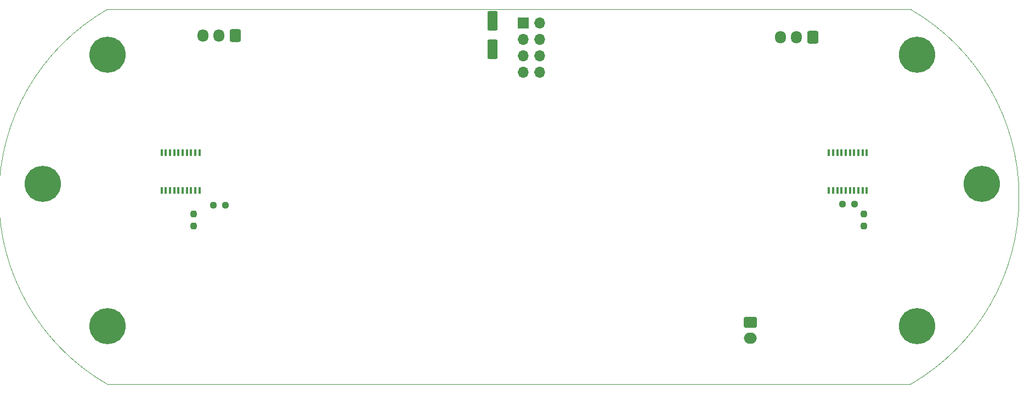
<source format=gbr>
%TF.GenerationSoftware,KiCad,Pcbnew,7.0.5-7.0.5~ubuntu20.04.1*%
%TF.CreationDate,2023-06-19T07:22:00+00:00*%
%TF.ProjectId,Controler_NRF24L01_Exclude_v3,436f6e74-726f-46c6-9572-5f4e52463234,rev?*%
%TF.SameCoordinates,Original*%
%TF.FileFunction,Soldermask,Bot*%
%TF.FilePolarity,Negative*%
%FSLAX45Y45*%
G04 Gerber Fmt 4.5, Leading zero omitted, Abs format (unit mm)*
G04 Created by KiCad (PCBNEW 7.0.5-7.0.5~ubuntu20.04.1) date 2023-06-19 07:22:00*
%MOMM*%
%LPD*%
G01*
G04 APERTURE LIST*
G04 Aperture macros list*
%AMRoundRect*
0 Rectangle with rounded corners*
0 $1 Rounding radius*
0 $2 $3 $4 $5 $6 $7 $8 $9 X,Y pos of 4 corners*
0 Add a 4 corners polygon primitive as box body*
4,1,4,$2,$3,$4,$5,$6,$7,$8,$9,$2,$3,0*
0 Add four circle primitives for the rounded corners*
1,1,$1+$1,$2,$3*
1,1,$1+$1,$4,$5*
1,1,$1+$1,$6,$7*
1,1,$1+$1,$8,$9*
0 Add four rect primitives between the rounded corners*
20,1,$1+$1,$2,$3,$4,$5,0*
20,1,$1+$1,$4,$5,$6,$7,0*
20,1,$1+$1,$6,$7,$8,$9,0*
20,1,$1+$1,$8,$9,$2,$3,0*%
G04 Aperture macros list end*
%TA.AperFunction,Profile*%
%ADD10C,0.050000*%
%TD*%
%TA.AperFunction,Profile*%
%ADD11C,0.100000*%
%TD*%
%ADD12C,5.600000*%
%ADD13RoundRect,0.250000X0.600000X0.725000X-0.600000X0.725000X-0.600000X-0.725000X0.600000X-0.725000X0*%
%ADD14O,1.700000X1.950000*%
%ADD15R,1.700000X1.700000*%
%ADD16O,1.700000X1.700000*%
%ADD17R,0.400000X1.000000*%
%ADD18RoundRect,0.237500X0.250000X0.237500X-0.250000X0.237500X-0.250000X-0.237500X0.250000X-0.237500X0*%
%ADD19RoundRect,0.237500X0.237500X-0.250000X0.237500X0.250000X-0.237500X0.250000X-0.237500X-0.250000X0*%
%ADD20RoundRect,0.250000X-0.750000X0.600000X-0.750000X-0.600000X0.750000X-0.600000X0.750000X0.600000X0*%
%ADD21O,2.000000X1.700000*%
%ADD22RoundRect,0.250000X-0.550000X1.250000X-0.550000X-1.250000X0.550000X-1.250000X0.550000X1.250000X0*%
%ADD23RoundRect,0.237500X-0.250000X-0.237500X0.250000X-0.237500X0.250000X0.237500X-0.250000X0.237500X0*%
G04 APERTURE END LIST*
D10*
X20569000Y-12290000D02*
G75*
G03*
X20569000Y-6490000I-1674316J2900000D01*
G01*
D11*
X8169000Y-6490000D02*
X20569000Y-6490000D01*
X8169000Y-12290000D02*
X20569000Y-12290000D01*
D10*
X8169000Y-6490000D02*
G75*
G03*
X8169000Y-12290000I1674316J-2900000D01*
G01*
D12*
X8169000Y-7190000D03*
X8169000Y-11390000D03*
D13*
X19059400Y-6916200D03*
D14*
X18809400Y-6916200D03*
X18559400Y-6916200D03*
D12*
X20669000Y-7190000D03*
D13*
X10144000Y-6892500D03*
D14*
X9894000Y-6892500D03*
X9644000Y-6892500D03*
D15*
X14589000Y-6696000D03*
D16*
X14843000Y-6696000D03*
X14589000Y-6950000D03*
X14843000Y-6950000D03*
X14589000Y-7204000D03*
X14843000Y-7204000D03*
X14589000Y-7458000D03*
X14843000Y-7458000D03*
D12*
X21669000Y-9190000D03*
X7169000Y-9190000D03*
X20669000Y-11390000D03*
D17*
X9592500Y-9290000D03*
X9527500Y-9290000D03*
X9462500Y-9290000D03*
X9397500Y-9290000D03*
X9332500Y-9290000D03*
X9267500Y-9290000D03*
X9202500Y-9290000D03*
X9137500Y-9290000D03*
X9072500Y-9290000D03*
X9007500Y-9290000D03*
X9007500Y-8710000D03*
X9072500Y-8710000D03*
X9137500Y-8710000D03*
X9202500Y-8710000D03*
X9267500Y-8710000D03*
X9332500Y-8710000D03*
X9397500Y-8710000D03*
X9462500Y-8710000D03*
X9527500Y-8710000D03*
X9592500Y-8710000D03*
D18*
X9991250Y-9520000D03*
X9808750Y-9520000D03*
D19*
X19850000Y-9841250D03*
X19850000Y-9658750D03*
D20*
X18096500Y-11330000D03*
D21*
X18096500Y-11580000D03*
D17*
X19892500Y-9290000D03*
X19827500Y-9290000D03*
X19762500Y-9290000D03*
X19697500Y-9290000D03*
X19632500Y-9290000D03*
X19567500Y-9290000D03*
X19502500Y-9290000D03*
X19437500Y-9290000D03*
X19372500Y-9290000D03*
X19307500Y-9290000D03*
X19307500Y-8710000D03*
X19372500Y-8710000D03*
X19437500Y-8710000D03*
X19502500Y-8710000D03*
X19567500Y-8710000D03*
X19632500Y-8710000D03*
X19697500Y-8710000D03*
X19762500Y-8710000D03*
X19827500Y-8710000D03*
X19892500Y-8710000D03*
D19*
X9500000Y-9841250D03*
X9500000Y-9658750D03*
D22*
X14112000Y-6667000D03*
X14112000Y-7107000D03*
D23*
X19518750Y-9500000D03*
X19701250Y-9500000D03*
M02*

</source>
